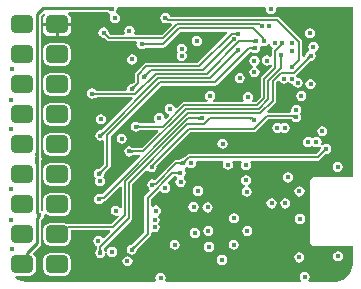
<source format=gbr>
%TF.GenerationSoftware,Altium Limited,Altium Designer,23.3.1 (30)*%
G04 Layer_Physical_Order=3*
G04 Layer_Color=16440176*
%FSLAX45Y45*%
%MOMM*%
%TF.SameCoordinates,B56B3050-E4CE-4FE9-8081-1B6FDF6B35C2*%
%TF.FilePolarity,Positive*%
%TF.FileFunction,Copper,L3,Inr,Signal*%
%TF.Part,Single*%
G01*
G75*
%TA.AperFunction,Conductor*%
%ADD27C,0.15000*%
%ADD30C,0.25000*%
%TA.AperFunction,ViaPad*%
%ADD33C,0.45000*%
%TA.AperFunction,ComponentPad*%
G04:AMPARAMS|DCode=34|XSize=1.5mm|YSize=1.9mm|CornerRadius=0.375mm|HoleSize=0mm|Usage=FLASHONLY|Rotation=270.000|XOffset=0mm|YOffset=0mm|HoleType=Round|Shape=RoundedRectangle|*
%AMROUNDEDRECTD34*
21,1,1.50000,1.15000,0,0,270.0*
21,1,0.75000,1.90000,0,0,270.0*
1,1,0.75000,-0.57500,-0.37500*
1,1,0.75000,-0.57500,0.37500*
1,1,0.75000,0.57500,0.37500*
1,1,0.75000,0.57500,-0.37500*
%
%ADD34ROUNDEDRECTD34*%
G36*
X2956055Y1033945D02*
X2640000D01*
X2623183Y1030600D01*
X2608926Y1021074D01*
X2599401Y1006817D01*
X2596056Y990001D01*
Y490002D01*
X2599401Y473185D01*
X2608926Y458928D01*
X2623183Y449402D01*
X2640000Y446057D01*
X2956055D01*
Y299999D01*
X2956164Y299449D01*
X2950913Y259563D01*
X2935305Y221881D01*
X2910476Y189524D01*
X2878118Y164695D01*
X2840437Y149087D01*
X2814295Y145645D01*
X2800000Y143944D01*
Y143944D01*
X2584569D01*
X2580019Y158944D01*
X2580641Y159359D01*
X2590034Y173417D01*
X2593332Y190000D01*
X2590034Y206583D01*
X2580641Y220640D01*
X2566583Y230034D01*
X2550000Y233332D01*
X2533417Y230034D01*
X2519359Y220640D01*
X2509966Y206583D01*
X2506668Y190000D01*
X2509966Y173417D01*
X2519359Y159359D01*
X2519981Y158944D01*
X2515431Y143944D01*
X1375063D01*
X1367045Y158944D01*
X1370034Y163417D01*
X1373332Y180000D01*
X1370034Y196583D01*
X1360640Y210640D01*
X1346583Y220034D01*
X1330000Y223332D01*
X1313417Y220034D01*
X1299359Y210640D01*
X1289966Y196583D01*
X1286667Y180000D01*
X1289966Y163417D01*
X1292955Y158944D01*
X1284937Y143944D01*
X200000D01*
X199453Y143835D01*
X159563Y149087D01*
X121882Y164695D01*
X97751Y183211D01*
X102167Y196650D01*
X103283Y197874D01*
X217500D01*
X239935Y202336D01*
X258955Y215045D01*
X271663Y234065D01*
X276126Y256500D01*
Y331500D01*
X271663Y353935D01*
X258955Y372955D01*
X251318Y378058D01*
X249848Y392985D01*
X307273Y450411D01*
X314456Y461161D01*
X316979Y473842D01*
Y670231D01*
X330640Y679360D01*
X340034Y693417D01*
X343332Y710000D01*
X342320Y715090D01*
X351720Y720966D01*
X356183Y722285D01*
X374065Y710336D01*
X396500Y705874D01*
X511500D01*
X533935Y710336D01*
X552955Y723045D01*
X565663Y742065D01*
X570126Y764500D01*
Y839500D01*
X565663Y861935D01*
X552955Y880955D01*
X533935Y893663D01*
X511500Y898126D01*
X396500D01*
X374065Y893663D01*
X355045Y880955D01*
X342336Y861935D01*
X337874Y839500D01*
Y764500D01*
X340632Y750631D01*
X340630Y750630D01*
X328360Y744025D01*
X315904Y751741D01*
Y1148450D01*
X316916Y1150853D01*
X316937Y1154778D01*
X317256Y1164197D01*
X317600Y1167883D01*
X317685Y1168417D01*
X317875Y1169256D01*
X317748Y1169997D01*
X320034Y1173417D01*
X323332Y1190000D01*
X320034Y1206583D01*
X318134Y1209426D01*
X317133Y1225350D01*
X317114Y1228957D01*
X316103Y1231362D01*
Y2399241D01*
X342148Y2425286D01*
X347286Y2424306D01*
X351152Y2408848D01*
X337250Y2388042D01*
X332368Y2363500D01*
Y2338700D01*
X575632D01*
Y2363500D01*
X570750Y2388042D01*
X556848Y2408848D01*
X547155Y2415325D01*
X551705Y2430325D01*
X881169D01*
X885556Y2423759D01*
X899614Y2414366D01*
X906382Y2397726D01*
X904084Y2394287D01*
X900785Y2377704D01*
X904084Y2361121D01*
X913477Y2347063D01*
X927535Y2337670D01*
X944117Y2334372D01*
X960700Y2337670D01*
X974758Y2347063D01*
X984151Y2361121D01*
X987450Y2377704D01*
X984151Y2394287D01*
X974758Y2408344D01*
X960700Y2417738D01*
X953932Y2434378D01*
X956230Y2437817D01*
X959529Y2454400D01*
X958205Y2461056D01*
X969508Y2476056D01*
X2213271D01*
X2224574Y2461056D01*
X2223250Y2454400D01*
X2226549Y2437817D01*
X2235942Y2423759D01*
X2250000Y2414366D01*
X2266583Y2411068D01*
X2283165Y2414366D01*
X2297223Y2423759D01*
X2306617Y2437817D01*
X2309915Y2454400D01*
X2308591Y2461056D01*
X2319894Y2476056D01*
X2956055D01*
Y1033945D01*
D02*
G37*
G36*
X295467Y1228841D02*
X295489Y1224615D01*
X296576Y1207318D01*
X296916Y1205778D01*
X297301Y1204623D01*
X297731Y1203851D01*
X266506Y1208004D01*
X267259Y1208788D01*
X267932Y1209949D01*
X268526Y1211490D01*
X269041Y1213409D01*
X269476Y1215708D01*
X269833Y1218384D01*
X270308Y1224875D01*
X270466Y1232880D01*
X295467Y1228841D01*
D02*
G37*
G36*
X297162Y1175212D02*
X296765Y1174050D01*
X296414Y1172505D01*
X296110Y1170577D01*
X295642Y1165573D01*
X295291Y1155197D01*
X295268Y1150973D01*
X270268Y1147214D01*
X270229Y1151406D01*
X269287Y1164394D01*
X268856Y1166695D01*
X268346Y1168618D01*
X267758Y1170162D01*
X267091Y1171328D01*
X266346Y1172116D01*
X297607Y1175991D01*
X297162Y1175212D01*
D02*
G37*
G36*
X214401Y387426D02*
X215089Y376932D01*
X215502Y374366D01*
X216007Y372265D01*
X216604Y370629D01*
X217292Y369460D01*
X218072Y368756D01*
X218944Y368518D01*
X184726Y368711D01*
X185605Y368938D01*
X186392Y369629D01*
X187087Y370783D01*
X187688Y372402D01*
X188198Y374484D01*
X188614Y377030D01*
X188938Y380041D01*
X189309Y387453D01*
X189355Y391855D01*
X214355D01*
X214401Y387426D01*
D02*
G37*
%LPC*%
G36*
X1370000Y2423332D02*
X1353417Y2420034D01*
X1339360Y2410641D01*
X1329966Y2396583D01*
X1326668Y2380000D01*
X1329966Y2363417D01*
X1339360Y2349360D01*
X1353417Y2339966D01*
X1370000Y2336668D01*
X1381031Y2338862D01*
X1385825Y2335659D01*
X1396555Y2333524D01*
X1418014D01*
X1423755Y2319666D01*
X1342127Y2238038D01*
X1115278D01*
X1106893Y2252277D01*
X1106956Y2253038D01*
X1110125Y2268972D01*
X1106827Y2285554D01*
X1097433Y2299612D01*
X1083376Y2309006D01*
X1066793Y2312304D01*
X1050210Y2309006D01*
X1036152Y2299612D01*
X1026759Y2285554D01*
X1023460Y2268972D01*
X1026630Y2253038D01*
X1026693Y2252277D01*
X1018307Y2238038D01*
X906429D01*
X900869Y2243598D01*
X899875Y2246154D01*
X897604Y2248526D01*
X895977Y2250396D01*
X894670Y2252071D01*
X893674Y2253521D01*
X892967Y2254718D01*
X892519Y2255634D01*
X892285Y2256240D01*
X892201Y2256541D01*
X892199Y2256552D01*
X892145Y2257643D01*
X890496Y2261123D01*
X888059Y2273372D01*
X878666Y2287430D01*
X864608Y2296823D01*
X848025Y2300122D01*
X831443Y2296823D01*
X817385Y2287430D01*
X807991Y2273372D01*
X804693Y2256789D01*
X807991Y2240207D01*
X817385Y2226149D01*
X831443Y2216756D01*
X843691Y2214319D01*
X847172Y2212670D01*
X848263Y2212615D01*
X848274Y2212614D01*
X848574Y2212530D01*
X849182Y2212295D01*
X850095Y2211849D01*
X851291Y2211142D01*
X852493Y2210317D01*
X856493Y2207015D01*
X858661Y2204940D01*
X861216Y2203946D01*
X874989Y2190174D01*
X884085Y2184095D01*
X894815Y2181961D01*
X1118184D01*
X1128204Y2166961D01*
X1126336Y2157572D01*
X1129635Y2140989D01*
X1139028Y2126931D01*
X1153086Y2117538D01*
X1169668Y2114239D01*
X1186251Y2117538D01*
X1196634Y2124475D01*
X1200263Y2125770D01*
X1201073Y2126504D01*
X1201082Y2126510D01*
X1201352Y2126663D01*
X1201950Y2126928D01*
X1202911Y2127257D01*
X1204255Y2127604D01*
X1205692Y2127870D01*
X1210850Y2128364D01*
X1213851Y2128429D01*
X1216362Y2129533D01*
X1347571D01*
X1358301Y2131667D01*
X1367398Y2137745D01*
X1494832Y2265180D01*
X1890877D01*
X1896617Y2251322D01*
X1643334Y1998039D01*
X1210000D01*
X1199270Y1995905D01*
X1190174Y1989826D01*
X1120174Y1919826D01*
X1114096Y1910730D01*
X1111961Y1900000D01*
Y1841614D01*
X1103191Y1832844D01*
X1100636Y1831850D01*
X1098264Y1829579D01*
X1096394Y1827951D01*
X1094719Y1826645D01*
X1093269Y1825649D01*
X1092071Y1824942D01*
X1091156Y1824494D01*
X1090550Y1824260D01*
X1090249Y1824176D01*
X1090238Y1824174D01*
X1089147Y1824120D01*
X1085666Y1822470D01*
X1073417Y1820034D01*
X1059360Y1810641D01*
X1049966Y1796583D01*
X1046668Y1780000D01*
X1047058Y1778039D01*
X1034747Y1763039D01*
X800525D01*
X800098Y1763371D01*
X797430Y1763039D01*
X797366D01*
X794876Y1764142D01*
X791604Y1764221D01*
X789305Y1764402D01*
X787507Y1764658D01*
X786231Y1764939D01*
X785497Y1765168D01*
X785455Y1765186D01*
X784918Y1765602D01*
X784496Y1765718D01*
X784307Y1765827D01*
X784100Y1765854D01*
X783349Y1766339D01*
X780072Y1771245D01*
X766014Y1780639D01*
X749431Y1783937D01*
X732848Y1780639D01*
X718791Y1771245D01*
X709397Y1757187D01*
X706099Y1740605D01*
X709397Y1724022D01*
X718791Y1709964D01*
X732848Y1700571D01*
X749431Y1697272D01*
X766014Y1700571D01*
X768174Y1702014D01*
X771509Y1702384D01*
X772908Y1703154D01*
X773764Y1703543D01*
X774881Y1703960D01*
X775991Y1704295D01*
X780140Y1705170D01*
X781856Y1705403D01*
X787466Y1705804D01*
X790581Y1705855D01*
X793131Y1706962D01*
X1088053D01*
X1093793Y1693104D01*
X838033Y1437344D01*
X836410Y1436943D01*
X835659Y1435699D01*
X834304Y1435175D01*
X831939Y1432918D01*
X830140Y1431373D01*
X828591Y1430194D01*
X827341Y1429373D01*
X826428Y1428873D01*
X826115Y1428737D01*
X825922Y1428752D01*
X825534Y1428627D01*
X825160Y1428605D01*
X824759Y1428411D01*
X824674Y1428395D01*
X824539Y1428306D01*
X823028Y1427818D01*
X820780Y1428265D01*
X804198Y1424967D01*
X790140Y1415573D01*
X780746Y1401516D01*
X777448Y1384933D01*
X780746Y1368350D01*
X790140Y1354292D01*
X804198Y1344899D01*
X820780Y1341601D01*
X836961Y1344819D01*
X837383Y1344888D01*
X851961Y1336613D01*
Y1141614D01*
X823191Y1112844D01*
X820636Y1111850D01*
X818264Y1109579D01*
X816394Y1107951D01*
X814719Y1106644D01*
X813268Y1105649D01*
X812071Y1104942D01*
X811156Y1104494D01*
X810549Y1104260D01*
X810248Y1104176D01*
X810237Y1104174D01*
X809147Y1104120D01*
X805666Y1102470D01*
X793417Y1100034D01*
X779359Y1090640D01*
X769966Y1076583D01*
X766668Y1060000D01*
X769966Y1043417D01*
X779359Y1029359D01*
X785752Y1025088D01*
X778710Y1014548D01*
X775411Y997965D01*
X778710Y981383D01*
X788103Y967325D01*
X802161Y957931D01*
X818744Y954633D01*
X835326Y957931D01*
X849384Y967325D01*
X858778Y981383D01*
X862076Y997965D01*
X858778Y1014548D01*
X849384Y1028606D01*
X842991Y1032878D01*
X850034Y1043417D01*
X852470Y1055666D01*
X854120Y1059147D01*
X854174Y1060238D01*
X854176Y1060248D01*
X854259Y1060548D01*
X854494Y1061157D01*
X854941Y1062069D01*
X855647Y1063266D01*
X856472Y1064468D01*
X859774Y1068468D01*
X861850Y1070636D01*
X862844Y1073191D01*
X899826Y1110174D01*
X905904Y1119270D01*
X908039Y1130000D01*
Y1379981D01*
X1336432Y1808375D01*
X1789426D01*
X1800156Y1810510D01*
X1809253Y1816588D01*
X2087023Y2094358D01*
X2087783Y2094024D01*
X2091067Y2093953D01*
X2093535Y2093781D01*
X2095650Y2093520D01*
X2097378Y2093199D01*
X2098722Y2092852D01*
X2099685Y2092523D01*
X2100282Y2092258D01*
X2100551Y2092106D01*
X2100561Y2092099D01*
X2101371Y2091366D01*
X2105000Y2090070D01*
X2115383Y2083133D01*
X2131965Y2079834D01*
X2148548Y2083133D01*
X2162606Y2092526D01*
X2171999Y2106584D01*
X2175298Y2123167D01*
X2172655Y2136453D01*
X2180987Y2144394D01*
X2184812Y2146370D01*
X2186720Y2145096D01*
X2203302Y2141797D01*
X2219885Y2145096D01*
X2233943Y2154489D01*
X2239802Y2163258D01*
X2255726Y2160091D01*
X2257053Y2153418D01*
X2266447Y2139360D01*
X2273669Y2134535D01*
X2278887Y2122736D01*
X2277261Y2115467D01*
X2274096Y2110730D01*
X2271961Y2100000D01*
Y2059743D01*
X2269426Y2057705D01*
X2256961Y2053099D01*
X2246583Y2060034D01*
X2230000Y2063332D01*
X2213417Y2060034D01*
X2199360Y2050641D01*
X2189966Y2036583D01*
X2186668Y2020000D01*
X2189966Y2003417D01*
X2199360Y1989359D01*
X2213417Y1979966D01*
X2230000Y1976668D01*
X2246583Y1979966D01*
X2256961Y1986901D01*
X2269426Y1982295D01*
X2270646Y1981314D01*
X2271156Y1966053D01*
X2190174Y1885071D01*
X2184096Y1875975D01*
X2181962Y1865245D01*
Y1714040D01*
X2135960Y1668039D01*
X2109742D01*
X2107709Y1670566D01*
X2103097Y1683039D01*
X2110030Y1693414D01*
X2113328Y1709997D01*
X2110030Y1726579D01*
X2100636Y1740637D01*
X2086579Y1750031D01*
X2069996Y1753329D01*
X2053413Y1750031D01*
X2039355Y1740637D01*
X2029962Y1726579D01*
X2026663Y1709997D01*
X2029962Y1693414D01*
X2036895Y1683039D01*
X2032283Y1670566D01*
X2030250Y1668039D01*
X1775732D01*
X1771181Y1683039D01*
X1780640Y1689359D01*
X1790033Y1703416D01*
X1793331Y1719999D01*
X1790033Y1736582D01*
X1780640Y1750640D01*
X1766582Y1760033D01*
X1749999Y1763331D01*
X1733416Y1760033D01*
X1719359Y1750640D01*
X1709965Y1736582D01*
X1706667Y1719999D01*
X1709965Y1703416D01*
X1719359Y1689359D01*
X1728817Y1683039D01*
X1724266Y1668039D01*
X1530000D01*
X1519270Y1665904D01*
X1510174Y1659826D01*
X1466173Y1615825D01*
X1449897Y1620762D01*
X1448593Y1627313D01*
X1439200Y1641371D01*
X1425142Y1650764D01*
X1408560Y1654063D01*
X1391977Y1650764D01*
X1377919Y1641371D01*
X1368526Y1627313D01*
X1365227Y1610730D01*
X1368526Y1594148D01*
X1377919Y1580090D01*
X1391977Y1570696D01*
X1398528Y1569393D01*
X1403465Y1553117D01*
X1375945Y1525597D01*
X1362121Y1532987D01*
X1362130Y1533032D01*
X1358831Y1549615D01*
X1349438Y1563673D01*
X1335380Y1573066D01*
X1318797Y1576365D01*
X1302215Y1573066D01*
X1288157Y1563673D01*
X1278764Y1549615D01*
X1275465Y1533032D01*
X1278764Y1516450D01*
X1287725Y1503038D01*
X1286971Y1499307D01*
X1282639Y1488038D01*
X1166694D01*
X1164184Y1489143D01*
X1160899Y1489214D01*
X1158431Y1489385D01*
X1156315Y1489647D01*
X1154587Y1489968D01*
X1153243Y1490315D01*
X1152281Y1490644D01*
X1151683Y1490909D01*
X1151414Y1491061D01*
X1151405Y1491068D01*
X1150594Y1491801D01*
X1146965Y1493096D01*
X1136583Y1500034D01*
X1120000Y1503332D01*
X1103417Y1500034D01*
X1089360Y1490640D01*
X1079966Y1476583D01*
X1076668Y1460000D01*
X1079966Y1443417D01*
X1089360Y1429359D01*
X1103417Y1419966D01*
X1120000Y1416667D01*
X1136583Y1419966D01*
X1146965Y1426903D01*
X1150594Y1428199D01*
X1151405Y1428932D01*
X1151413Y1428938D01*
X1151684Y1429091D01*
X1152281Y1429356D01*
X1153243Y1429685D01*
X1154587Y1430032D01*
X1156023Y1430299D01*
X1161182Y1430792D01*
X1164184Y1430857D01*
X1166693Y1431961D01*
X1305137D01*
X1310877Y1418103D01*
X1170812Y1278039D01*
X1111693D01*
X1109182Y1279143D01*
X1105899Y1279214D01*
X1103431Y1279386D01*
X1101316Y1279647D01*
X1099587Y1279968D01*
X1098243Y1280315D01*
X1097281Y1280644D01*
X1096683Y1280909D01*
X1096414Y1281061D01*
X1096405Y1281068D01*
X1095594Y1281801D01*
X1091965Y1283096D01*
X1081583Y1290034D01*
X1065000Y1293332D01*
X1048418Y1290034D01*
X1034360Y1280641D01*
X1024966Y1266583D01*
X1021668Y1250000D01*
X1024966Y1233417D01*
X1034360Y1219360D01*
X1048418Y1209966D01*
X1065000Y1206668D01*
X1081583Y1209966D01*
X1091965Y1216904D01*
X1095594Y1218199D01*
X1096405Y1218932D01*
X1096413Y1218939D01*
X1096684Y1219092D01*
X1097282Y1219356D01*
X1098243Y1219685D01*
X1099587Y1220032D01*
X1101023Y1220299D01*
X1106182Y1220792D01*
X1109182Y1220857D01*
X1111693Y1221961D01*
X1152711D01*
X1158451Y1208104D01*
X838386Y888039D01*
X829525D01*
X822230Y886588D01*
X807577Y889502D01*
X790994Y886204D01*
X776936Y876810D01*
X767543Y862752D01*
X764245Y846170D01*
X767543Y829587D01*
X776936Y815529D01*
X790994Y806136D01*
X807577Y802837D01*
X824160Y806136D01*
X838218Y815529D01*
X847611Y829587D01*
X848083Y831962D01*
X850000D01*
X860730Y834096D01*
X869826Y840174D01*
X988103Y958451D01*
X1001961Y952711D01*
Y774427D01*
X986961Y769877D01*
X980640Y779337D01*
X966583Y788730D01*
X950000Y792028D01*
X933417Y788730D01*
X919359Y779337D01*
X909966Y765279D01*
X906667Y748696D01*
X909966Y732113D01*
X919359Y718055D01*
X933417Y708662D01*
X950000Y705364D01*
X966583Y708662D01*
X970241Y711107D01*
X979803Y699456D01*
X918386Y638039D01*
X550286D01*
X539560Y635905D01*
X533935Y639663D01*
X511500Y644126D01*
X396500D01*
X374065Y639663D01*
X355045Y626955D01*
X342336Y607935D01*
X337874Y585500D01*
Y510500D01*
X342336Y488065D01*
X355045Y469045D01*
X374065Y456336D01*
X396500Y451874D01*
X511500D01*
X533935Y456336D01*
X552955Y469045D01*
X565663Y488065D01*
X570126Y510500D01*
Y581961D01*
X898090D01*
X903830Y568104D01*
X854695Y518968D01*
X835383Y520870D01*
X834272Y522533D01*
X820214Y531926D01*
X803632Y535224D01*
X787049Y531926D01*
X772991Y522533D01*
X763598Y508475D01*
X760299Y491892D01*
X763598Y475309D01*
X772991Y461252D01*
X787049Y451858D01*
X788175Y451634D01*
X792284Y445485D01*
X792153Y436147D01*
X791396Y434427D01*
X791325Y431143D01*
X791154Y428675D01*
X790892Y426560D01*
X790572Y424832D01*
X790225Y423487D01*
X789895Y422525D01*
X789630Y421927D01*
X789478Y421658D01*
X789472Y421649D01*
X788738Y420838D01*
X787443Y417209D01*
X780505Y406827D01*
X777207Y390244D01*
X780505Y373662D01*
X789899Y359604D01*
X803957Y350210D01*
X820539Y346912D01*
X837122Y350210D01*
X851180Y359604D01*
X860573Y373662D01*
X862612Y383913D01*
X863872Y390244D01*
X878304Y391769D01*
X879966Y383417D01*
X889359Y369359D01*
X903417Y359966D01*
X920000Y356668D01*
X936583Y359966D01*
X950640Y369359D01*
X960034Y383417D01*
X963332Y400000D01*
X960034Y416583D01*
X950640Y430640D01*
X936583Y440034D01*
X920000Y443332D01*
X903417Y440034D01*
X889359Y430640D01*
X879966Y416583D01*
X877927Y406332D01*
X876667Y400000D01*
X862235Y398476D01*
X860573Y406827D01*
X853636Y417209D01*
X852340Y420838D01*
X851607Y421649D01*
X851601Y421658D01*
X851448Y421928D01*
X851183Y422526D01*
X850854Y423487D01*
X850507Y424831D01*
X850241Y426267D01*
X849747Y431426D01*
X849682Y434427D01*
X849614Y434582D01*
X1079826Y664795D01*
X1085904Y673891D01*
X1088038Y684621D01*
Y973534D01*
X1203183Y1088678D01*
X1222494Y1086776D01*
X1223605Y1085114D01*
X1237663Y1075720D01*
X1254246Y1072422D01*
X1270829Y1075720D01*
X1284886Y1085114D01*
X1294280Y1099172D01*
X1297578Y1115754D01*
X1295559Y1125906D01*
X1436849Y1267196D01*
X1436849Y1267197D01*
X1581614Y1411961D01*
X2120000D01*
X2130730Y1414096D01*
X2139826Y1420174D01*
X2241614Y1521961D01*
X2430520D01*
X2431991Y1521082D01*
X2433342Y1521422D01*
X2434616Y1520858D01*
X2437918Y1520778D01*
X2440158Y1520599D01*
X2441788Y1520359D01*
X2442050Y1520299D01*
X2449360Y1509359D01*
X2463417Y1499966D01*
X2480000Y1496668D01*
X2496583Y1499966D01*
X2510641Y1509359D01*
X2520034Y1523417D01*
X2523333Y1540000D01*
X2520034Y1556583D01*
X2511069Y1570000D01*
X2520034Y1583417D01*
X2523333Y1600000D01*
X2520034Y1616583D01*
X2510641Y1630641D01*
X2496583Y1640034D01*
X2480000Y1643333D01*
X2463417Y1640034D01*
X2449360Y1630641D01*
X2439966Y1616583D01*
X2436668Y1600000D01*
X2437831Y1594152D01*
X2437689Y1590682D01*
X2426893Y1578039D01*
X2238904D01*
X2232691Y1593038D01*
X2299826Y1660174D01*
X2305904Y1669270D01*
X2308039Y1680000D01*
Y1835960D01*
X2323642Y1851563D01*
X2340133Y1846841D01*
X2347502Y1835813D01*
X2361560Y1826420D01*
X2378143Y1823121D01*
X2394725Y1826420D01*
X2408004Y1835293D01*
X2408354Y1834770D01*
X2422412Y1825376D01*
X2438995Y1822078D01*
X2448669Y1824002D01*
X2450324Y1815683D01*
X2459718Y1801625D01*
X2473776Y1792231D01*
X2490358Y1788933D01*
X2506941Y1792231D01*
X2520999Y1801625D01*
X2530392Y1815683D01*
X2533691Y1832265D01*
X2530392Y1848848D01*
X2520999Y1862906D01*
X2506941Y1872299D01*
X2490358Y1875598D01*
X2484902Y1874512D01*
X2476353Y1887447D01*
X2478468Y1898083D01*
X2587314Y2006928D01*
X2589872Y2007924D01*
X2592243Y2010196D01*
X2594129Y2011841D01*
X2595824Y2013170D01*
X2597308Y2014198D01*
X2598549Y2014940D01*
X2599519Y2015424D01*
X2600200Y2015695D01*
X2600585Y2015808D01*
X2600688Y2015828D01*
X2601829Y2015909D01*
X2605558Y2017773D01*
X2616583Y2019966D01*
X2630640Y2029359D01*
X2640034Y2043417D01*
X2643332Y2060000D01*
X2640034Y2076583D01*
X2638393Y2079038D01*
X2641583Y2094966D01*
X2655641Y2104360D01*
X2665034Y2118418D01*
X2668333Y2135000D01*
X2665034Y2151583D01*
X2655641Y2165641D01*
X2641583Y2175034D01*
X2625000Y2178333D01*
X2608418Y2175034D01*
X2594360Y2165641D01*
X2584966Y2151583D01*
X2581668Y2135000D01*
X2584966Y2118418D01*
X2586607Y2115962D01*
X2583417Y2100034D01*
X2569359Y2090640D01*
X2559966Y2076583D01*
X2557257Y2062965D01*
X2555873Y2059877D01*
X2555845Y2058880D01*
X2555800Y2058710D01*
X2555600Y2058174D01*
X2555190Y2057322D01*
X2554519Y2056169D01*
X2553725Y2055004D01*
X2550457Y2051031D01*
X2548389Y2048869D01*
X2547922Y2048698D01*
X2543039Y2047193D01*
X2528039Y2057692D01*
Y2180000D01*
X2525904Y2190730D01*
X2519826Y2199826D01*
X2338263Y2381389D01*
X2329167Y2387467D01*
X2318437Y2389602D01*
X1411423D01*
X1410034Y2396583D01*
X1400641Y2410641D01*
X1386583Y2420034D01*
X1370000Y2423332D01*
D02*
G37*
G36*
X575632Y2313300D02*
X466700D01*
Y2224368D01*
X511500D01*
X536042Y2229250D01*
X556848Y2243152D01*
X570750Y2263958D01*
X575632Y2288500D01*
Y2313300D01*
D02*
G37*
G36*
X441300D02*
X332368D01*
Y2288500D01*
X337250Y2263958D01*
X351152Y2243152D01*
X371958Y2229250D01*
X396500Y2224368D01*
X441300D01*
Y2313300D01*
D02*
G37*
G36*
X2596075Y2293534D02*
X2579492Y2290235D01*
X2565434Y2280842D01*
X2556041Y2266784D01*
X2552742Y2250201D01*
X2556041Y2233619D01*
X2565434Y2219561D01*
X2579492Y2210167D01*
X2596075Y2206869D01*
X2612657Y2210167D01*
X2626715Y2219561D01*
X2636109Y2233619D01*
X2639407Y2250201D01*
X2636109Y2266784D01*
X2626715Y2280842D01*
X2612657Y2290235D01*
X2596075Y2293534D01*
D02*
G37*
G36*
X1637398Y2228775D02*
X1620815Y2225476D01*
X1606758Y2216083D01*
X1597364Y2202025D01*
X1594066Y2185442D01*
X1597364Y2168860D01*
X1606758Y2154802D01*
X1620815Y2145408D01*
X1637398Y2142110D01*
X1653981Y2145408D01*
X1668039Y2154802D01*
X1677432Y2168860D01*
X1680730Y2185442D01*
X1677432Y2202025D01*
X1668039Y2216083D01*
X1653981Y2225476D01*
X1637398Y2228775D01*
D02*
G37*
G36*
X1510000Y2163332D02*
X1493417Y2160034D01*
X1479359Y2150641D01*
X1469966Y2136583D01*
X1466668Y2120000D01*
X1469966Y2103417D01*
X1478932Y2090000D01*
X1469966Y2076583D01*
X1466668Y2060000D01*
X1469966Y2043417D01*
X1479359Y2029359D01*
X1493417Y2019966D01*
X1510000Y2016668D01*
X1526583Y2019966D01*
X1540641Y2029359D01*
X1550034Y2043417D01*
X1553332Y2060000D01*
X1550034Y2076583D01*
X1541069Y2090000D01*
X1550034Y2103417D01*
X1553332Y2120000D01*
X1550034Y2136583D01*
X1540641Y2150641D01*
X1526583Y2160034D01*
X1510000Y2163332D01*
D02*
G37*
G36*
X1090000Y2072028D02*
X1073417Y2068730D01*
X1059360Y2059336D01*
X1049966Y2045279D01*
X1046668Y2028696D01*
X1049966Y2012113D01*
X1059360Y1998055D01*
X1073417Y1988662D01*
X1090000Y1985364D01*
X1106583Y1988662D01*
X1120641Y1998055D01*
X1130034Y2012113D01*
X1133333Y2028696D01*
X1130034Y2045279D01*
X1120641Y2059336D01*
X1106583Y2068730D01*
X1090000Y2072028D01*
D02*
G37*
G36*
X511500Y2168126D02*
X396500D01*
X374065Y2163663D01*
X355045Y2150955D01*
X342336Y2131935D01*
X337874Y2109500D01*
Y2034500D01*
X342336Y2012065D01*
X355045Y1993045D01*
X374065Y1980336D01*
X396500Y1975874D01*
X511500D01*
X533935Y1980336D01*
X552955Y1993045D01*
X565663Y2012065D01*
X570126Y2034500D01*
Y2109500D01*
X565663Y2131935D01*
X552955Y2150955D01*
X533935Y2163663D01*
X511500Y2168126D01*
D02*
G37*
G36*
X2125334Y2060570D02*
X2108751Y2057272D01*
X2094694Y2047879D01*
X2085300Y2033821D01*
X2082002Y2017238D01*
X2085300Y2000655D01*
X2094694Y1986597D01*
X2108751Y1977204D01*
X2114334Y1976094D01*
Y1960800D01*
X2108324Y1959604D01*
X2094267Y1950211D01*
X2084873Y1936153D01*
X2081575Y1919570D01*
X2084873Y1902988D01*
X2094267Y1888930D01*
X2108324Y1879537D01*
X2124907Y1876238D01*
X2141490Y1879537D01*
X2155548Y1888930D01*
X2164941Y1902988D01*
X2168240Y1919570D01*
X2164941Y1936153D01*
X2155548Y1950211D01*
X2141490Y1959604D01*
X2135907Y1960715D01*
Y1976009D01*
X2141917Y1977204D01*
X2155975Y1986597D01*
X2165368Y2000655D01*
X2168666Y2017238D01*
X2165368Y2033821D01*
X2155975Y2047879D01*
X2141917Y2057272D01*
X2125334Y2060570D01*
D02*
G37*
G36*
X2000839Y1913331D02*
X1984256Y1910033D01*
X1970198Y1900639D01*
X1960805Y1886581D01*
X1957506Y1869999D01*
X1960805Y1853416D01*
X1970198Y1839358D01*
X1984256Y1829965D01*
X2000839Y1826666D01*
X2017421Y1829965D01*
X2031479Y1839358D01*
X2040873Y1853416D01*
X2044171Y1869999D01*
X2040873Y1886581D01*
X2031479Y1900639D01*
X2017421Y1910033D01*
X2000839Y1913331D01*
D02*
G37*
G36*
X2600000Y1863332D02*
X2583417Y1860034D01*
X2569359Y1850640D01*
X2559966Y1836583D01*
X2556667Y1820000D01*
X2559966Y1803417D01*
X2569359Y1789359D01*
X2583417Y1779966D01*
X2600000Y1776668D01*
X2616583Y1779966D01*
X2630640Y1789359D01*
X2640034Y1803417D01*
X2643332Y1820000D01*
X2640034Y1836583D01*
X2630640Y1850640D01*
X2616583Y1860034D01*
X2600000Y1863332D01*
D02*
G37*
G36*
X511500Y1914126D02*
X396500D01*
X374065Y1909663D01*
X355045Y1896955D01*
X342336Y1877935D01*
X337874Y1855500D01*
Y1780500D01*
X342336Y1758065D01*
X355045Y1739045D01*
X374065Y1726336D01*
X396500Y1721874D01*
X511500D01*
X533935Y1726336D01*
X552955Y1739045D01*
X565663Y1758065D01*
X570126Y1780500D01*
Y1855500D01*
X565663Y1877935D01*
X552955Y1896955D01*
X533935Y1909663D01*
X511500Y1914126D01*
D02*
G37*
G36*
X2521896Y1762048D02*
X2505313Y1758750D01*
X2491255Y1749356D01*
X2481862Y1735298D01*
X2478563Y1718716D01*
X2481862Y1702133D01*
X2491255Y1688075D01*
X2505313Y1678682D01*
X2521896Y1675383D01*
X2538478Y1678682D01*
X2552536Y1688075D01*
X2561930Y1702133D01*
X2565228Y1718716D01*
X2561930Y1735298D01*
X2552536Y1749356D01*
X2538478Y1758750D01*
X2521896Y1762048D01*
D02*
G37*
G36*
X2380000Y1493332D02*
X2363417Y1490034D01*
X2350000Y1481068D01*
X2336583Y1490034D01*
X2320000Y1493332D01*
X2303417Y1490034D01*
X2289359Y1480640D01*
X2279966Y1466583D01*
X2276668Y1450000D01*
X2279966Y1433417D01*
X2289359Y1419359D01*
X2303417Y1409966D01*
X2320000Y1406667D01*
X2336583Y1409966D01*
X2350000Y1418931D01*
X2363417Y1409966D01*
X2380000Y1406667D01*
X2396583Y1409966D01*
X2410641Y1419359D01*
X2420034Y1433417D01*
X2423332Y1450000D01*
X2420034Y1466583D01*
X2410641Y1480640D01*
X2396583Y1490034D01*
X2380000Y1493332D01*
D02*
G37*
G36*
X824640Y1565938D02*
X808057Y1562640D01*
X793999Y1553246D01*
X784606Y1539188D01*
X781308Y1522606D01*
X784606Y1506023D01*
X793999Y1491965D01*
X808057Y1482572D01*
X824640Y1479273D01*
X841223Y1482572D01*
X855280Y1491965D01*
X864674Y1506023D01*
X867972Y1522606D01*
X864674Y1539188D01*
X855280Y1553246D01*
X841223Y1562640D01*
X824640Y1565938D01*
D02*
G37*
G36*
X511500Y1660126D02*
X396500D01*
X374065Y1655663D01*
X355045Y1642955D01*
X342336Y1623935D01*
X337874Y1601500D01*
Y1526500D01*
X342336Y1504065D01*
X355045Y1485045D01*
X374065Y1472336D01*
X396500Y1467874D01*
X511500D01*
X533935Y1472336D01*
X552955Y1485045D01*
X565663Y1504065D01*
X570126Y1526500D01*
Y1601500D01*
X565663Y1623935D01*
X552955Y1642955D01*
X533935Y1655663D01*
X511500Y1660126D01*
D02*
G37*
G36*
X2700000Y1463332D02*
X2683417Y1460034D01*
X2669359Y1450640D01*
X2659966Y1436583D01*
X2656668Y1420000D01*
X2659966Y1403417D01*
X2669359Y1389359D01*
X2683417Y1379966D01*
X2700000Y1376668D01*
X2716583Y1379966D01*
X2730640Y1389359D01*
X2740034Y1403417D01*
X2743332Y1420000D01*
X2740034Y1436583D01*
X2730640Y1450640D01*
X2716583Y1460034D01*
X2700000Y1463332D01*
D02*
G37*
G36*
X2650000Y1373332D02*
X2633417Y1370034D01*
X2619360Y1360640D01*
X2610640D01*
X2596583Y1370034D01*
X2580000Y1373332D01*
X2563417Y1370034D01*
X2549359Y1360640D01*
X2539966Y1346583D01*
X2536668Y1330000D01*
X2539966Y1313417D01*
X2549359Y1299359D01*
X2563417Y1289966D01*
X2580000Y1286667D01*
X2596583Y1289966D01*
X2610640Y1299359D01*
X2619360D01*
X2633417Y1289966D01*
X2650000Y1286667D01*
X2666583Y1289966D01*
X2678105Y1297665D01*
X2680641Y1299359D01*
X2692791Y1290811D01*
X2689966Y1286583D01*
X2687530Y1274334D01*
X2685880Y1270853D01*
X2685826Y1269762D01*
X2685824Y1269752D01*
X2685741Y1269452D01*
X2685506Y1268843D01*
X2685059Y1267931D01*
X2684353Y1266734D01*
X2683528Y1265532D01*
X2680226Y1261532D01*
X2678150Y1259364D01*
X2677156Y1256809D01*
X2648386Y1228038D01*
X1570000D01*
X1559270Y1225904D01*
X1550174Y1219826D01*
X1533191Y1202844D01*
X1530636Y1201850D01*
X1528264Y1199579D01*
X1526394Y1197951D01*
X1524719Y1196645D01*
X1523268Y1195649D01*
X1522071Y1194942D01*
X1521156Y1194494D01*
X1520549Y1194260D01*
X1520248Y1194176D01*
X1520237Y1194174D01*
X1519147Y1194120D01*
X1515666Y1192470D01*
X1503417Y1190034D01*
X1493035Y1183096D01*
X1489406Y1181801D01*
X1488595Y1181068D01*
X1488587Y1181061D01*
X1488316Y1180908D01*
X1487719Y1180644D01*
X1486757Y1180315D01*
X1485413Y1179968D01*
X1483977Y1179701D01*
X1478818Y1179208D01*
X1475816Y1179143D01*
X1473307Y1178039D01*
X1462774D01*
X1452044Y1175904D01*
X1442948Y1169826D01*
X1280523Y1007401D01*
X1276583Y1010034D01*
X1260000Y1013332D01*
X1243417Y1010034D01*
X1229359Y1000641D01*
X1219966Y986583D01*
X1216668Y970000D01*
X1219966Y953417D01*
X1229359Y939360D01*
X1234835Y935701D01*
X1237384Y917037D01*
X1200174Y879827D01*
X1194096Y870730D01*
X1191962Y860000D01*
Y564988D01*
X1098786Y471812D01*
X1096230Y470818D01*
X1093859Y468548D01*
X1091989Y466920D01*
X1090314Y465613D01*
X1088863Y464617D01*
X1087666Y463911D01*
X1086750Y463462D01*
X1086144Y463228D01*
X1085843Y463145D01*
X1085832Y463143D01*
X1084742Y463088D01*
X1081261Y461439D01*
X1069012Y459003D01*
X1054954Y449609D01*
X1045561Y435551D01*
X1042262Y418969D01*
X1045561Y402386D01*
X1054954Y388328D01*
X1069012Y378935D01*
X1085595Y375636D01*
X1102177Y378935D01*
X1116235Y388328D01*
X1125629Y402386D01*
X1128065Y414635D01*
X1129715Y418116D01*
X1129769Y419206D01*
X1129771Y419217D01*
X1129854Y419517D01*
X1130089Y420125D01*
X1130536Y421038D01*
X1131242Y422235D01*
X1132067Y423437D01*
X1135369Y427437D01*
X1137445Y429604D01*
X1138438Y432160D01*
X1239826Y533548D01*
X1245904Y542644D01*
X1248039Y553374D01*
Y562202D01*
X1263039Y570219D01*
X1263417Y569966D01*
X1280000Y566668D01*
X1296583Y569966D01*
X1310641Y579360D01*
X1320034Y593417D01*
X1323332Y610000D01*
X1320034Y626583D01*
X1311068Y640000D01*
X1320034Y653417D01*
X1323332Y670000D01*
X1320034Y686583D01*
X1312779Y697440D01*
X1310850Y701340D01*
X1315133Y715679D01*
X1320640Y719359D01*
X1330034Y733417D01*
X1333332Y750000D01*
X1330034Y766583D01*
X1320640Y780641D01*
X1306583Y790034D01*
X1290000Y793332D01*
X1273417Y790034D01*
X1263039Y783099D01*
X1250574Y787705D01*
X1248039Y789743D01*
Y848386D01*
X1317036Y917384D01*
X1335701Y914835D01*
X1339360Y909359D01*
X1353417Y899966D01*
X1370000Y896667D01*
X1386583Y899966D01*
X1400641Y909359D01*
X1410034Y923417D01*
X1413332Y940000D01*
X1410034Y956583D01*
X1400641Y970640D01*
X1395165Y974299D01*
X1392616Y992963D01*
X1442086Y1042434D01*
X1452264D01*
X1454775Y1041329D01*
X1458059Y1041258D01*
X1460526Y1041087D01*
X1460668Y1041069D01*
X1466204Y1034302D01*
X1469360Y1020640D01*
X1459966Y1006583D01*
X1456668Y990000D01*
X1459966Y973417D01*
X1469360Y959360D01*
X1483417Y949966D01*
X1500000Y946668D01*
X1516583Y949966D01*
X1530641Y959360D01*
X1540034Y973417D01*
X1543332Y990000D01*
X1540034Y1006583D01*
X1530641Y1020641D01*
X1529258Y1021564D01*
Y1039605D01*
X1529598Y1039832D01*
X1538991Y1053890D01*
X1542290Y1070472D01*
X1538991Y1087055D01*
X1534216Y1094201D01*
X1536378Y1108603D01*
X1539187Y1111706D01*
X1550640Y1119359D01*
X1559360D01*
X1573417Y1109966D01*
X1590000Y1106668D01*
X1606583Y1109966D01*
X1620641Y1119359D01*
X1630034Y1133417D01*
X1633333Y1150000D01*
X1631948Y1156961D01*
X1643107Y1171961D01*
X1854757D01*
X1862775Y1156961D01*
X1860852Y1154083D01*
X1857553Y1137501D01*
X1860852Y1120918D01*
X1870245Y1106860D01*
X1884303Y1097467D01*
X1900886Y1094168D01*
X1917468Y1097467D01*
X1931526Y1106860D01*
X1940920Y1120918D01*
X1944218Y1137501D01*
X1940920Y1154083D01*
X1938997Y1156961D01*
X1947014Y1171961D01*
X2009430D01*
X2017447Y1156961D01*
X2014056Y1151886D01*
X2010757Y1135303D01*
X2014056Y1118721D01*
X2023449Y1104663D01*
X2037507Y1095269D01*
X2054090Y1091971D01*
X2070673Y1095269D01*
X2084730Y1104663D01*
X2094124Y1118721D01*
X2097422Y1135303D01*
X2094124Y1151886D01*
X2090732Y1156961D01*
X2098750Y1171961D01*
X2660000D01*
X2670730Y1174096D01*
X2679826Y1180174D01*
X2716809Y1217156D01*
X2719364Y1218150D01*
X2721736Y1220421D01*
X2723606Y1222049D01*
X2725281Y1223355D01*
X2726731Y1224351D01*
X2727929Y1225058D01*
X2728844Y1225506D01*
X2729450Y1225740D01*
X2729751Y1225824D01*
X2729762Y1225826D01*
X2730853Y1225880D01*
X2734334Y1227530D01*
X2746583Y1229966D01*
X2760640Y1239359D01*
X2770034Y1253417D01*
X2773332Y1270000D01*
X2770034Y1286583D01*
X2760640Y1300641D01*
X2746583Y1310034D01*
X2730000Y1313332D01*
X2713417Y1310034D01*
X2701895Y1302334D01*
X2699359Y1300641D01*
X2687209Y1309189D01*
X2690034Y1313417D01*
X2693332Y1330000D01*
X2690034Y1346583D01*
X2680641Y1360640D01*
X2666583Y1370034D01*
X2650000Y1373332D01*
D02*
G37*
G36*
X1001269Y1401590D02*
X984687Y1398291D01*
X970629Y1388898D01*
X961235Y1374840D01*
X957937Y1358257D01*
X961235Y1341674D01*
X970629Y1327617D01*
X984687Y1318223D01*
X1001269Y1314925D01*
X1017852Y1318223D01*
X1031910Y1327617D01*
X1041303Y1341674D01*
X1044602Y1358257D01*
X1041303Y1374840D01*
X1031910Y1388898D01*
X1017852Y1398291D01*
X1001269Y1401590D01*
D02*
G37*
G36*
X1855269Y1359636D02*
X1838686Y1356338D01*
X1824628Y1346944D01*
X1815235Y1332886D01*
X1811936Y1316304D01*
X1815235Y1299721D01*
X1824628Y1285663D01*
X1838686Y1276270D01*
X1855269Y1272971D01*
X1871851Y1276270D01*
X1885909Y1285663D01*
X1895303Y1299721D01*
X1898601Y1316304D01*
X1895303Y1332886D01*
X1885909Y1346944D01*
X1871851Y1356338D01*
X1855269Y1359636D01*
D02*
G37*
G36*
X511500Y1406126D02*
X396500D01*
X374065Y1401663D01*
X355045Y1388955D01*
X342336Y1369935D01*
X337874Y1347500D01*
Y1272500D01*
X342336Y1250065D01*
X355045Y1231045D01*
X374065Y1218336D01*
X396500Y1213874D01*
X511500D01*
X533935Y1218336D01*
X552955Y1231045D01*
X565663Y1250065D01*
X570126Y1272500D01*
Y1347500D01*
X565663Y1369935D01*
X552955Y1388955D01*
X533935Y1401663D01*
X511500Y1406126D01*
D02*
G37*
G36*
X2830000Y1163332D02*
X2813417Y1160034D01*
X2799359Y1150641D01*
X2789966Y1136583D01*
X2786668Y1120000D01*
X2789966Y1103417D01*
X2799359Y1089360D01*
X2813417Y1079966D01*
X2830000Y1076668D01*
X2846583Y1079966D01*
X2860640Y1089360D01*
X2870034Y1103417D01*
X2873332Y1120000D01*
X2870034Y1136583D01*
X2860640Y1150641D01*
X2846583Y1160034D01*
X2830000Y1163332D01*
D02*
G37*
G36*
X2410000Y1073332D02*
X2393417Y1070034D01*
X2379359Y1060641D01*
X2369966Y1046583D01*
X2366668Y1030000D01*
X2369966Y1013417D01*
X2379359Y999359D01*
X2393417Y989966D01*
X2410000Y986668D01*
X2426583Y989966D01*
X2440641Y999359D01*
X2450034Y1013417D01*
X2453332Y1030000D01*
X2450034Y1046583D01*
X2440641Y1060641D01*
X2426583Y1070034D01*
X2410000Y1073332D01*
D02*
G37*
G36*
X511500Y1152126D02*
X396500D01*
X374065Y1147663D01*
X355045Y1134955D01*
X342336Y1115935D01*
X337874Y1093500D01*
Y1018500D01*
X342336Y996065D01*
X355045Y977045D01*
X374065Y964336D01*
X396500Y959874D01*
X511500D01*
X533935Y964336D01*
X552955Y977045D01*
X565663Y996065D01*
X570126Y1018500D01*
Y1093500D01*
X565663Y1115935D01*
X552955Y1134955D01*
X533935Y1147663D01*
X511500Y1152126D01*
D02*
G37*
G36*
X1646820Y960152D02*
X1630237Y956854D01*
X1616179Y947460D01*
X1606786Y933402D01*
X1603487Y916820D01*
X1606786Y900237D01*
X1616179Y886179D01*
X1630237Y876786D01*
X1646820Y873487D01*
X1663402Y876786D01*
X1677460Y886179D01*
X1686854Y900237D01*
X1690152Y916820D01*
X1686854Y933402D01*
X1677460Y947460D01*
X1663402Y956854D01*
X1646820Y960152D01*
D02*
G37*
G36*
X2506511Y954643D02*
X2489929Y951345D01*
X2475871Y941951D01*
X2466477Y927893D01*
X2463179Y911311D01*
X2466477Y894728D01*
X2475871Y880670D01*
X2489929Y871277D01*
X2506511Y867978D01*
X2523094Y871277D01*
X2537152Y880670D01*
X2546545Y894728D01*
X2549844Y911311D01*
X2546545Y927893D01*
X2537152Y941951D01*
X2523094Y951345D01*
X2506511Y954643D01*
D02*
G37*
G36*
X2055556Y1048659D02*
X2038973Y1045361D01*
X2024915Y1035967D01*
X2015522Y1021910D01*
X2012224Y1005327D01*
X2015522Y988744D01*
X2024915Y974686D01*
X2038973Y965293D01*
X2041108Y964869D01*
X2042847Y953695D01*
X2042358Y949326D01*
X2029359Y940640D01*
X2019966Y926583D01*
X2016668Y910000D01*
X2019966Y893417D01*
X2029359Y879359D01*
X2043417Y869966D01*
X2060000Y866668D01*
X2076583Y869966D01*
X2090640Y879359D01*
X2100034Y893417D01*
X2103332Y910000D01*
X2100034Y926583D01*
X2090640Y940640D01*
X2076583Y950034D01*
X2074448Y950458D01*
X2072709Y961632D01*
X2073198Y966001D01*
X2086196Y974686D01*
X2095590Y988744D01*
X2098888Y1005327D01*
X2095590Y1021910D01*
X2086196Y1035967D01*
X2072139Y1045361D01*
X2055556Y1048659D01*
D02*
G37*
G36*
X2386147Y853654D02*
X2369564Y850355D01*
X2355507Y840962D01*
X2346113Y826904D01*
X2342815Y810321D01*
X2346113Y793739D01*
X2355507Y779681D01*
X2369564Y770287D01*
X2386147Y766989D01*
X2402730Y770287D01*
X2416788Y779681D01*
X2426181Y793739D01*
X2429480Y810321D01*
X2426181Y826904D01*
X2416788Y840962D01*
X2402730Y850355D01*
X2386147Y853654D01*
D02*
G37*
G36*
X2270000Y853332D02*
X2253417Y850034D01*
X2239360Y840640D01*
X2229966Y826583D01*
X2226668Y810000D01*
X2229966Y793417D01*
X2239360Y779359D01*
X2253417Y769966D01*
X2270000Y766668D01*
X2286583Y769966D01*
X2300641Y779359D01*
X2310034Y793417D01*
X2313332Y810000D01*
X2310034Y826583D01*
X2300641Y840640D01*
X2286583Y850034D01*
X2270000Y853332D01*
D02*
G37*
G36*
X1610000Y823332D02*
X1593417Y820034D01*
X1579360Y810640D01*
X1569966Y796583D01*
X1566668Y780000D01*
X1569966Y763417D01*
X1579360Y749359D01*
X1593417Y739966D01*
X1610000Y736668D01*
X1626583Y739966D01*
X1640641Y749359D01*
X1650034Y763417D01*
X1653332Y780000D01*
X1650034Y796583D01*
X1640641Y810640D01*
X1626583Y820034D01*
X1610000Y823332D01*
D02*
G37*
G36*
X1728526Y818842D02*
X1711943Y815543D01*
X1697886Y806150D01*
X1688492Y792092D01*
X1685194Y775509D01*
X1688492Y758927D01*
X1697886Y744869D01*
X1711943Y735476D01*
X1728526Y732177D01*
X1745109Y735476D01*
X1759167Y744869D01*
X1768560Y758927D01*
X1771859Y775509D01*
X1768560Y792092D01*
X1759167Y806150D01*
X1745109Y815543D01*
X1728526Y818842D01*
D02*
G37*
G36*
X1952440Y727845D02*
X1935858Y724546D01*
X1921800Y715153D01*
X1912406Y701095D01*
X1909108Y684512D01*
X1912406Y667930D01*
X1921800Y653872D01*
X1935858Y644478D01*
X1952440Y641180D01*
X1969023Y644478D01*
X1983081Y653872D01*
X1992474Y667930D01*
X1995773Y684512D01*
X1992474Y701095D01*
X1983081Y715153D01*
X1969023Y724546D01*
X1952440Y727845D01*
D02*
G37*
G36*
X2510000Y723332D02*
X2493417Y720034D01*
X2479360Y710640D01*
X2469966Y696583D01*
X2466668Y680000D01*
X2469966Y663417D01*
X2479360Y649359D01*
X2493417Y639966D01*
X2510000Y636668D01*
X2526583Y639966D01*
X2540641Y649359D01*
X2550034Y663417D01*
X2553332Y680000D01*
X2550034Y696583D01*
X2540641Y710640D01*
X2526583Y720034D01*
X2510000Y723332D01*
D02*
G37*
G36*
X1735000Y621758D02*
X1718417Y618459D01*
X1704360Y609066D01*
X1694966Y595008D01*
X1691668Y578425D01*
X1694966Y561843D01*
X1704360Y547785D01*
X1718417Y538391D01*
X1735000Y535093D01*
X1751583Y538391D01*
X1765641Y547785D01*
X1775034Y561843D01*
X1778332Y578425D01*
X1775034Y595008D01*
X1765641Y609066D01*
X1751583Y618459D01*
X1735000Y621758D01*
D02*
G37*
G36*
X2065112Y620023D02*
X2048529Y616724D01*
X2034471Y607331D01*
X2025078Y593273D01*
X2021779Y576690D01*
X2025078Y560108D01*
X2034471Y546050D01*
X2048529Y536657D01*
X2065112Y533358D01*
X2081694Y536657D01*
X2095752Y546050D01*
X2105146Y560108D01*
X2108444Y576690D01*
X2105146Y593273D01*
X2095752Y607331D01*
X2081694Y616724D01*
X2065112Y620023D01*
D02*
G37*
G36*
X1620000Y603332D02*
X1603417Y600034D01*
X1589360Y590640D01*
X1579966Y576583D01*
X1576668Y560000D01*
X1579966Y543417D01*
X1589360Y529359D01*
X1603417Y519966D01*
X1620000Y516667D01*
X1636583Y519966D01*
X1650641Y529359D01*
X1660034Y543417D01*
X1663332Y560000D01*
X1660034Y576583D01*
X1650641Y590640D01*
X1636583Y600034D01*
X1620000Y603332D01*
D02*
G37*
G36*
X1950000Y503332D02*
X1933417Y500034D01*
X1919359Y490641D01*
X1909966Y476583D01*
X1906668Y460000D01*
X1909966Y443417D01*
X1919359Y429360D01*
X1933417Y419966D01*
X1950000Y416668D01*
X1966583Y419966D01*
X1980640Y429360D01*
X1990034Y443417D01*
X1993332Y460000D01*
X1990034Y476583D01*
X1980640Y490641D01*
X1966583Y500034D01*
X1950000Y503332D01*
D02*
G37*
G36*
X1450000D02*
X1433417Y500034D01*
X1419359Y490641D01*
X1409966Y476583D01*
X1406667Y460000D01*
X1409966Y443417D01*
X1419359Y429360D01*
X1433417Y419966D01*
X1450000Y416668D01*
X1466583Y419966D01*
X1480640Y429360D01*
X1490034Y443417D01*
X1493332Y460000D01*
X1490034Y476583D01*
X1480640Y490641D01*
X1466583Y500034D01*
X1450000Y503332D01*
D02*
G37*
G36*
X1740357Y483770D02*
X1723774Y480471D01*
X1709716Y471078D01*
X1700323Y457020D01*
X1697024Y440437D01*
X1700323Y423855D01*
X1709716Y409797D01*
X1723774Y400403D01*
X1740357Y397105D01*
X1756939Y400403D01*
X1770997Y409797D01*
X1780391Y423855D01*
X1783689Y440437D01*
X1780391Y457020D01*
X1770997Y471078D01*
X1756939Y480471D01*
X1740357Y483770D01*
D02*
G37*
G36*
X2834363Y406055D02*
X2817780Y402756D01*
X2803723Y393363D01*
X2794329Y379305D01*
X2791031Y362722D01*
X2794329Y346140D01*
X2803723Y332082D01*
X2817780Y322688D01*
X2834363Y319390D01*
X2850946Y322688D01*
X2865004Y332082D01*
X2874397Y346140D01*
X2877696Y362722D01*
X2874397Y379305D01*
X2865004Y393363D01*
X2850946Y402756D01*
X2834363Y406055D01*
D02*
G37*
G36*
X2505010Y396044D02*
X2488427Y392746D01*
X2474369Y383352D01*
X2464976Y369294D01*
X2461677Y352712D01*
X2464976Y336129D01*
X2474369Y322071D01*
X2488427Y312678D01*
X2505010Y309379D01*
X2521592Y312678D01*
X2535650Y322071D01*
X2545044Y336129D01*
X2548342Y352712D01*
X2545044Y369294D01*
X2535650Y383352D01*
X2521592Y392746D01*
X2505010Y396044D01*
D02*
G37*
G36*
X1850000Y373333D02*
X1833417Y370034D01*
X1819360Y360641D01*
X1809966Y346583D01*
X1806668Y330000D01*
X1809966Y313417D01*
X1819360Y299360D01*
X1833417Y289966D01*
X1850000Y286668D01*
X1866583Y289966D01*
X1880641Y299360D01*
X1890034Y313417D01*
X1893333Y330000D01*
X1890034Y346583D01*
X1880641Y360641D01*
X1866583Y370034D01*
X1850000Y373333D01*
D02*
G37*
G36*
X1050000Y363333D02*
X1033417Y360034D01*
X1019359Y350641D01*
X1009966Y336583D01*
X1006668Y320000D01*
X1009966Y303417D01*
X1019359Y289360D01*
X1033417Y279966D01*
X1050000Y276668D01*
X1066583Y279966D01*
X1080640Y289360D01*
X1090034Y303417D01*
X1093332Y320000D01*
X1090034Y336583D01*
X1080640Y350641D01*
X1066583Y360034D01*
X1050000Y363333D01*
D02*
G37*
G36*
X511500Y390126D02*
X396500D01*
X374065Y385663D01*
X355045Y372955D01*
X342336Y353935D01*
X337874Y331500D01*
Y256500D01*
X342336Y234065D01*
X355045Y215045D01*
X374065Y202336D01*
X396500Y197874D01*
X511500D01*
X533935Y202336D01*
X552955Y215045D01*
X565663Y234065D01*
X570126Y256500D01*
Y331500D01*
X565663Y353935D01*
X552955Y372955D01*
X533935Y385663D01*
X511500Y390126D01*
D02*
G37*
%LPD*%
G36*
X1972957Y2231128D02*
X1971278Y2232729D01*
X1969363Y2234161D01*
X1967211Y2235425D01*
X1964824Y2236521D01*
X1962200Y2237447D01*
X1959339Y2238206D01*
X1956243Y2238795D01*
X1952910Y2239217D01*
X1949341Y2239469D01*
X1945536Y2239554D01*
X1945986Y2254554D01*
X1949774Y2254634D01*
X1956683Y2255279D01*
X1959803Y2255844D01*
X1962700Y2256569D01*
X1965375Y2257456D01*
X1967827Y2258504D01*
X1970056Y2259713D01*
X1972063Y2261084D01*
X1973846Y2262616D01*
X1972957Y2231128D01*
D02*
G37*
G36*
X870640Y2254231D02*
X871036Y2251853D01*
X871710Y2249428D01*
X872663Y2246959D01*
X873895Y2244443D01*
X875406Y2241882D01*
X877196Y2239276D01*
X879264Y2236624D01*
X881612Y2233926D01*
X884238Y2231183D01*
X873632Y2220576D01*
X870889Y2223203D01*
X865539Y2227619D01*
X862932Y2229409D01*
X860371Y2230920D01*
X857856Y2232152D01*
X855386Y2233105D01*
X852962Y2233779D01*
X850583Y2234174D01*
X848250Y2234291D01*
X870524Y2256564D01*
X870640Y2254231D01*
D02*
G37*
G36*
X2125220Y2167906D02*
X2123488Y2169474D01*
X2121526Y2170876D01*
X2119335Y2172114D01*
X2116915Y2173186D01*
X2114265Y2174094D01*
X2111386Y2174836D01*
X2108277Y2175414D01*
X2104939Y2175826D01*
X2101372Y2176074D01*
X2097575Y2176156D01*
Y2191156D01*
X2101372Y2191239D01*
X2108277Y2191899D01*
X2111386Y2192476D01*
X2114265Y2193219D01*
X2116915Y2194126D01*
X2119335Y2195199D01*
X2121526Y2196436D01*
X2123488Y2197839D01*
X2125220Y2199406D01*
Y2167906D01*
D02*
G37*
G36*
X1949774Y2177460D02*
X1947441Y2177344D01*
X1945063Y2176949D01*
X1942638Y2176275D01*
X1940169Y2175322D01*
X1937653Y2174090D01*
X1935092Y2172579D01*
X1932486Y2170789D01*
X1929834Y2168720D01*
X1927136Y2166373D01*
X1924393Y2163746D01*
X1913786Y2174353D01*
X1916413Y2177096D01*
X1920829Y2182445D01*
X1922619Y2185052D01*
X1924130Y2187613D01*
X1925362Y2190128D01*
X1926315Y2192598D01*
X1926989Y2195023D01*
X1927384Y2197401D01*
X1927501Y2199734D01*
X1949774Y2177460D01*
D02*
G37*
G36*
X1187469Y2171754D02*
X1189430Y2170352D01*
X1191621Y2169114D01*
X1194041Y2168041D01*
X1196691Y2167134D01*
X1199570Y2166391D01*
X1202679Y2165814D01*
X1206017Y2165402D01*
X1209585Y2165154D01*
X1213382Y2165072D01*
Y2150071D01*
X1209585Y2149989D01*
X1202679Y2149329D01*
X1199570Y2148752D01*
X1196691Y2148009D01*
X1194041Y2147102D01*
X1191621Y2146029D01*
X1189430Y2144791D01*
X1187469Y2143389D01*
X1185737Y2141821D01*
Y2173322D01*
X1187469Y2171754D01*
D02*
G37*
G36*
X2362899Y2141744D02*
X2360538Y2141387D01*
X2358137Y2140780D01*
X2355698Y2139923D01*
X2353219Y2138816D01*
X2350702Y2137459D01*
X2348145Y2135851D01*
X2345550Y2133994D01*
X2342915Y2131887D01*
X2337528Y2126922D01*
X2325691Y2136298D01*
X2328334Y2139066D01*
X2332702Y2144436D01*
X2334426Y2147037D01*
X2335844Y2149582D01*
X2336956Y2152071D01*
X2337761Y2154504D01*
X2338259Y2156881D01*
X2338452Y2159202D01*
X2338338Y2161468D01*
X2362899Y2141744D01*
D02*
G37*
G36*
X2115897Y2107417D02*
X2114165Y2108984D01*
X2112204Y2110387D01*
X2110013Y2111624D01*
X2107592Y2112697D01*
X2104942Y2113604D01*
X2102063Y2114347D01*
X2098955Y2114924D01*
X2095617Y2115337D01*
X2092049Y2115584D01*
X2088252Y2115667D01*
Y2130667D01*
X2092049Y2130749D01*
X2098955Y2131409D01*
X2102063Y2131987D01*
X2104942Y2132729D01*
X2107592Y2133637D01*
X2110013Y2134709D01*
X2112204Y2135947D01*
X2114165Y2137349D01*
X2115897Y2138917D01*
Y2107417D01*
D02*
G37*
G36*
X1989775Y2087501D02*
X1987442Y2087385D01*
X1985063Y2086990D01*
X1982639Y2086316D01*
X1980169Y2085362D01*
X1977654Y2084130D01*
X1975093Y2082620D01*
X1972486Y2080830D01*
X1969834Y2078761D01*
X1967137Y2076413D01*
X1964394Y2073787D01*
X1953787Y2084394D01*
X1956413Y2087137D01*
X1960830Y2092486D01*
X1962620Y2095093D01*
X1964130Y2097654D01*
X1965362Y2100169D01*
X1966316Y2102639D01*
X1966990Y2105063D01*
X1967385Y2107442D01*
X1967501Y2109775D01*
X1989775Y2087501D01*
D02*
G37*
G36*
X2364183Y2052200D02*
X2362780Y2050238D01*
X2361543Y2048047D01*
X2360470Y2045627D01*
X2359563Y2042977D01*
X2358820Y2040098D01*
X2358243Y2036989D01*
X2357830Y2033651D01*
X2357583Y2030084D01*
X2357500Y2026287D01*
X2342500D01*
X2342418Y2030084D01*
X2341758Y2036989D01*
X2341180Y2040098D01*
X2340438Y2042977D01*
X2339530Y2045627D01*
X2338458Y2048047D01*
X2337220Y2050238D01*
X2335818Y2052200D01*
X2334250Y2053932D01*
X2365750D01*
X2364183Y2052200D01*
D02*
G37*
G36*
X2600294Y2037502D02*
X2597951Y2037335D01*
X2595565Y2036896D01*
X2593134Y2036183D01*
X2590660Y2035198D01*
X2588142Y2033940D01*
X2585580Y2032408D01*
X2582975Y2030604D01*
X2580325Y2028527D01*
X2577632Y2026178D01*
X2574895Y2023555D01*
X2564029Y2033902D01*
X2566659Y2036651D01*
X2571065Y2042007D01*
X2572840Y2044613D01*
X2574331Y2047172D01*
X2575537Y2049684D01*
X2576458Y2052148D01*
X2577094Y2054565D01*
X2577446Y2056935D01*
X2577512Y2059256D01*
X2600294Y2037502D01*
D02*
G37*
G36*
X2476216Y1988515D02*
X2473589Y1985772D01*
X2469173Y1980423D01*
X2467383Y1977816D01*
X2465872Y1975255D01*
X2464640Y1972740D01*
X2463687Y1970270D01*
X2463013Y1967846D01*
X2462618Y1965467D01*
X2462502Y1963134D01*
X2440228Y1985408D01*
X2442561Y1985524D01*
X2444939Y1985919D01*
X2447364Y1986593D01*
X2449834Y1987547D01*
X2452349Y1988779D01*
X2454910Y1990289D01*
X2457517Y1992079D01*
X2460169Y1994148D01*
X2462866Y1996496D01*
X2465609Y1999122D01*
X2476216Y1988515D01*
D02*
G37*
G36*
X1226213Y1905607D02*
X1223587Y1902863D01*
X1219170Y1897514D01*
X1217380Y1894907D01*
X1215870Y1892346D01*
X1214638Y1889831D01*
X1213684Y1887361D01*
X1213010Y1884937D01*
X1212615Y1882558D01*
X1212499Y1880225D01*
X1190225Y1902499D01*
X1192558Y1902615D01*
X1194937Y1903010D01*
X1197361Y1903685D01*
X1199831Y1904638D01*
X1202346Y1905870D01*
X1204907Y1907380D01*
X1207514Y1909170D01*
X1210166Y1911239D01*
X1212863Y1913587D01*
X1215606Y1916213D01*
X1226213Y1905607D01*
D02*
G37*
G36*
X1126213Y1805606D02*
X1123587Y1802863D01*
X1119170Y1797514D01*
X1117381Y1794907D01*
X1115870Y1792346D01*
X1114638Y1789831D01*
X1113685Y1787361D01*
X1113010Y1784937D01*
X1112615Y1782558D01*
X1112499Y1780225D01*
X1090225Y1802499D01*
X1092558Y1802615D01*
X1094937Y1803010D01*
X1097361Y1803684D01*
X1099831Y1804638D01*
X1102346Y1805870D01*
X1104907Y1807380D01*
X1107514Y1809170D01*
X1110166Y1811239D01*
X1112863Y1813587D01*
X1115607Y1816213D01*
X1126213Y1805606D01*
D02*
G37*
G36*
X770143Y1750078D02*
X771662Y1748488D01*
X773474Y1747084D01*
X775579Y1745868D01*
X777976Y1744839D01*
X780666Y1743997D01*
X783648Y1743342D01*
X786923Y1742874D01*
X790491Y1742594D01*
X794351Y1742500D01*
X790221Y1727500D01*
X786514Y1727439D01*
X779628Y1726947D01*
X776449Y1726516D01*
X770619Y1725286D01*
X767968Y1724486D01*
X765493Y1723563D01*
X763193Y1722518D01*
X761070Y1721349D01*
X768916Y1751856D01*
X770143Y1750078D01*
D02*
G37*
G36*
X2458606Y1533032D02*
X2457817Y1534831D01*
X2456681Y1536441D01*
X2455199Y1537861D01*
X2453372Y1539092D01*
X2451198Y1540133D01*
X2448678Y1540985D01*
X2445812Y1541648D01*
X2442601Y1542121D01*
X2439043Y1542405D01*
X2435140Y1542500D01*
X2437345Y1557500D01*
X2442486Y1557530D01*
X2464943Y1558981D01*
X2467287Y1559435D01*
X2469232Y1559949D01*
X2470777Y1560523D01*
X2458606Y1533032D01*
D02*
G37*
G36*
X1663932Y1514250D02*
X1662200Y1515817D01*
X1660238Y1517220D01*
X1658047Y1518457D01*
X1655627Y1519530D01*
X1652977Y1520437D01*
X1650098Y1521180D01*
X1646989Y1521757D01*
X1643651Y1522170D01*
X1640084Y1522418D01*
X1636287Y1522500D01*
Y1537500D01*
X1640084Y1537582D01*
X1646989Y1538243D01*
X1650098Y1538820D01*
X1652977Y1539563D01*
X1655627Y1540470D01*
X1658047Y1541543D01*
X1660238Y1542780D01*
X1662200Y1544183D01*
X1663932Y1545750D01*
Y1514250D01*
D02*
G37*
G36*
X2098606Y1513033D02*
X2097816Y1514831D01*
X2096681Y1516441D01*
X2095199Y1517861D01*
X2093371Y1519092D01*
X2091198Y1520133D01*
X2088678Y1520985D01*
X2085812Y1521648D01*
X2082601Y1522121D01*
X2079043Y1522405D01*
X2075140Y1522500D01*
X2077345Y1537500D01*
X2082486Y1537530D01*
X2104943Y1538981D01*
X2107287Y1539435D01*
X2109232Y1539949D01*
X2110777Y1540523D01*
X2098606Y1513033D01*
D02*
G37*
G36*
X1137800Y1474182D02*
X1139762Y1472780D01*
X1141953Y1471542D01*
X1144373Y1470470D01*
X1147023Y1469562D01*
X1149902Y1468820D01*
X1153011Y1468242D01*
X1156349Y1467830D01*
X1159916Y1467582D01*
X1163713Y1467500D01*
Y1452500D01*
X1159916Y1452417D01*
X1153011Y1451757D01*
X1149902Y1451180D01*
X1147023Y1450437D01*
X1144373Y1449530D01*
X1141953Y1448457D01*
X1139762Y1447220D01*
X1137800Y1445817D01*
X1136068Y1444250D01*
Y1475750D01*
X1137800Y1474182D01*
D02*
G37*
G36*
X858245Y1407296D02*
X855644Y1404594D01*
X851165Y1399302D01*
X849287Y1396713D01*
X847651Y1394163D01*
X846256Y1391650D01*
X845101Y1389175D01*
X844188Y1386738D01*
X843516Y1384339D01*
X843085Y1381978D01*
X824181Y1407174D01*
X826419Y1406994D01*
X828717Y1407128D01*
X831074Y1407576D01*
X833491Y1408338D01*
X835968Y1409415D01*
X838505Y1410806D01*
X841101Y1412511D01*
X843757Y1414531D01*
X846473Y1416864D01*
X849248Y1419512D01*
X858245Y1407296D01*
D02*
G37*
G36*
X1082800Y1264183D02*
X1084762Y1262780D01*
X1086953Y1261543D01*
X1089373Y1260470D01*
X1092023Y1259563D01*
X1094902Y1258820D01*
X1098011Y1258243D01*
X1101349Y1257830D01*
X1104916Y1257582D01*
X1108713Y1257500D01*
Y1242500D01*
X1104916Y1242418D01*
X1098011Y1241757D01*
X1094902Y1241180D01*
X1092023Y1240437D01*
X1089373Y1239530D01*
X1086953Y1238458D01*
X1084762Y1237220D01*
X1082800Y1235817D01*
X1081068Y1234250D01*
Y1265750D01*
X1082800Y1264183D01*
D02*
G37*
G36*
X846213Y1085606D02*
X843587Y1082863D01*
X839170Y1077514D01*
X837380Y1074907D01*
X835870Y1072346D01*
X834638Y1069831D01*
X833684Y1067361D01*
X833010Y1064937D01*
X832615Y1062558D01*
X832499Y1060225D01*
X810225Y1082499D01*
X812558Y1082615D01*
X814937Y1083010D01*
X817361Y1083684D01*
X819831Y1084638D01*
X822346Y1085870D01*
X824907Y1087380D01*
X827514Y1089170D01*
X830166Y1091239D01*
X832863Y1093587D01*
X835606Y1096213D01*
X846213Y1085606D01*
D02*
G37*
G36*
X828122Y430160D02*
X828782Y423255D01*
X829359Y420146D01*
X830102Y417267D01*
X831009Y414617D01*
X832082Y412197D01*
X833319Y410006D01*
X834722Y408045D01*
X836289Y406313D01*
X804789D01*
X806357Y408045D01*
X807759Y410006D01*
X808997Y412197D01*
X810069Y414617D01*
X810977Y417267D01*
X811719Y420146D01*
X812297Y423255D01*
X812709Y426593D01*
X812957Y430160D01*
X813039Y433957D01*
X828039D01*
X828122Y430160D01*
D02*
G37*
G36*
X2729775Y1247501D02*
X2727442Y1247385D01*
X2725063Y1246990D01*
X2722639Y1246316D01*
X2720169Y1245362D01*
X2717654Y1244130D01*
X2715093Y1242620D01*
X2712486Y1240830D01*
X2709834Y1238761D01*
X2707137Y1236413D01*
X2704393Y1233787D01*
X2693787Y1244393D01*
X2696413Y1247137D01*
X2700829Y1252486D01*
X2702619Y1255093D01*
X2704130Y1257654D01*
X2705362Y1260169D01*
X2706315Y1262639D01*
X2706990Y1265063D01*
X2707385Y1267442D01*
X2707501Y1269775D01*
X2729775Y1247501D01*
D02*
G37*
G36*
X1556213Y1175606D02*
X1553587Y1172863D01*
X1549170Y1167514D01*
X1547380Y1164907D01*
X1545870Y1162346D01*
X1544638Y1159831D01*
X1543684Y1157361D01*
X1543010Y1154937D01*
X1542615Y1152558D01*
X1542499Y1150225D01*
X1520225Y1172499D01*
X1522558Y1172615D01*
X1524937Y1173010D01*
X1527361Y1173684D01*
X1529831Y1174638D01*
X1532346Y1175870D01*
X1534907Y1177380D01*
X1537514Y1179170D01*
X1540166Y1181239D01*
X1542863Y1183587D01*
X1545607Y1186213D01*
X1556213Y1175606D01*
D02*
G37*
G36*
X1503932Y1134250D02*
X1502200Y1135817D01*
X1500238Y1137220D01*
X1498047Y1138457D01*
X1495627Y1139530D01*
X1492977Y1140437D01*
X1490098Y1141180D01*
X1486989Y1141757D01*
X1483651Y1142170D01*
X1480084Y1142418D01*
X1476287Y1142500D01*
Y1157500D01*
X1480084Y1157582D01*
X1486989Y1158243D01*
X1490098Y1158820D01*
X1492977Y1159563D01*
X1495627Y1160470D01*
X1498047Y1161543D01*
X1500238Y1162780D01*
X1502200Y1164183D01*
X1503932Y1165750D01*
Y1134250D01*
D02*
G37*
G36*
X1482889Y1054722D02*
X1481157Y1056290D01*
X1479195Y1057692D01*
X1477004Y1058930D01*
X1474584Y1060002D01*
X1471934Y1060910D01*
X1469055Y1061652D01*
X1465947Y1062230D01*
X1462608Y1062642D01*
X1459041Y1062890D01*
X1455244Y1062972D01*
Y1077972D01*
X1459041Y1078055D01*
X1465947Y1078715D01*
X1469055Y1079292D01*
X1471934Y1080035D01*
X1474584Y1080942D01*
X1477004Y1082015D01*
X1479195Y1083252D01*
X1481157Y1084655D01*
X1482889Y1086222D01*
Y1054722D01*
D02*
G37*
G36*
X1121808Y444575D02*
X1119181Y441832D01*
X1114765Y436482D01*
X1112975Y433876D01*
X1111464Y431315D01*
X1110232Y428799D01*
X1109279Y426330D01*
X1108605Y423905D01*
X1108210Y421527D01*
X1108094Y419194D01*
X1085820Y441467D01*
X1088153Y441584D01*
X1090531Y441979D01*
X1092956Y442653D01*
X1095426Y443606D01*
X1097941Y444838D01*
X1100502Y446349D01*
X1103109Y448139D01*
X1105761Y450208D01*
X1108458Y452555D01*
X1111201Y455182D01*
X1121808Y444575D01*
D02*
G37*
D27*
X2197562Y2190870D02*
X2203302Y2185130D01*
X2197562Y2190870D02*
Y2210951D01*
X1483219Y2293219D02*
X2115294D01*
X2197562Y2210951D01*
X1997336Y2183656D02*
X2141288D01*
X2660000Y1200000D02*
X2730000Y1270000D01*
X1570000Y1200000D02*
X2660000D01*
X1520000Y1150000D02*
X1570000Y1200000D01*
X1789426Y1836414D02*
X2076179Y2123167D01*
X2131965D01*
X894815Y2210000D02*
X1353740D01*
X848025Y2256789D02*
X894815Y2210000D01*
X1120000Y1460000D02*
X1350000D01*
X1254246Y1115754D02*
Y1123872D01*
X1266820Y1136446D02*
Y1136820D01*
X1417023Y1287022D02*
Y1287023D01*
X1254246Y1123872D02*
X1266820Y1136446D01*
Y1136820D02*
X1417023Y1287022D01*
Y1287023D02*
X1570000Y1440000D01*
X1462774Y1150000D02*
X1520000D01*
X1260000Y970000D02*
X1265433Y975433D01*
X1288207D01*
X1462774Y1150000D01*
X829525Y860000D02*
X850000D01*
X1060000Y684621D02*
Y985148D01*
X815695Y846170D02*
X829525Y860000D01*
X1562426Y1530000D02*
X1680000D01*
X1565000Y1575000D02*
X2015000D01*
X1030000Y997574D02*
X1562426Y1530000D01*
X1060000Y985148D02*
X1554852Y1480000D01*
X1030000Y710000D02*
Y997574D01*
X807577Y846170D02*
X815695D01*
X850000Y860000D02*
X1565000Y1575000D01*
X1554852Y1480000D02*
X1700000D01*
X1085595Y418969D02*
X1220000Y553374D01*
Y860000D01*
X820539Y445160D02*
X1060000Y684621D01*
X820539Y390244D02*
Y445160D01*
X930000Y610000D02*
X1030000Y710000D01*
X550286Y610000D02*
X930000D01*
X488286Y548000D02*
X550286Y610000D01*
X434000Y548000D02*
X488286D01*
X2210000Y1702426D02*
Y1865245D01*
X2300000Y1955245D02*
Y2100000D01*
X2210000Y1865245D02*
X2300000Y1955245D01*
X1347571Y2157572D02*
X1483219Y2293219D01*
X1988828Y2247054D02*
X1989463Y2246418D01*
X1932001Y2247054D02*
X1988828D01*
X1690040Y1940000D02*
X1949999Y2199959D01*
X1723680Y1910000D02*
X1997336Y2183656D01*
X2471882Y1540000D02*
X2480000D01*
X2120000Y1440000D02*
X2230000Y1550000D01*
X2461882D01*
X2471882Y1540000D01*
X1220000Y860000D02*
X1430472Y1070472D01*
X1498957D01*
X1570000Y1440000D02*
X2120000D01*
X1140000Y1830000D02*
Y1900000D01*
X1210000Y1970000D01*
X1090000Y1780000D02*
X1140000Y1830000D01*
X1190000Y1880000D02*
X1250000Y1940000D01*
X755036Y1735000D02*
X1112651D01*
X1287651Y1910000D01*
X1723680D01*
X749431Y1740605D02*
X755036Y1735000D01*
X2240000Y1850000D02*
X2350000Y1960000D01*
X2280000Y1680000D02*
Y1847574D01*
X2240000Y1690000D02*
Y1850000D01*
X2350000Y1960000D02*
Y2070000D01*
X2350335Y1917909D02*
X2458642D01*
X2280000Y1847574D02*
X2350335Y1917909D01*
X1470000Y2326260D02*
X2167995D01*
X1353740Y2210000D02*
X1470000Y2326260D01*
X880000Y1391595D02*
X1324819Y1836414D01*
X810000Y1060000D02*
X880000Y1130000D01*
Y1391595D01*
X1324819Y1836414D02*
X1789426D01*
X825275Y1384933D02*
X1310342Y1870000D01*
X820780Y1384933D02*
X825275D01*
X1310342Y1870000D02*
X1750000D01*
X2500000Y2022906D02*
Y2180000D01*
X1396555Y2361563D02*
X2318437D01*
X2500000Y2180000D01*
X1378118Y2380000D02*
X1396555Y2361563D01*
X2180540Y2313714D02*
X2188657D01*
X2167995Y2326260D02*
X2180540Y2313714D01*
X1370000Y2380000D02*
X1378118D01*
X1169668Y2157572D02*
X1347571D01*
X2147574Y1640000D02*
X2210000Y1702426D01*
X1970000Y1640000D02*
X2147574D01*
X2000000Y1610000D02*
X2160000D01*
X2240000Y1690000D01*
X2015000Y1575000D02*
X2175000D01*
X2280000Y1680000D01*
X2440003Y1962909D02*
X2500000Y2022906D01*
X2600000Y2059267D02*
Y2060000D01*
X1182426Y1250000D02*
X1542426Y1610000D01*
X1350000Y1460000D02*
X1530000Y1640000D01*
X1970000D01*
X1542426Y1610000D02*
X2000000D01*
X1065000Y1250000D02*
X1182426D01*
X2300000Y2100000D02*
X2362407Y2162407D01*
X1654948Y1970000D02*
X1932001Y2247054D01*
X1210000Y1970000D02*
X1654948D01*
X1250000Y1940000D02*
X1690040D01*
X1750000Y1870000D02*
X1990000Y2110000D01*
X2111882Y1520000D02*
X2120000D01*
X1750000Y1530000D02*
X2101882D01*
X1700000Y1480000D02*
X1750000Y1530000D01*
X2101882D02*
X2111882Y1520000D01*
X2458642Y1917909D02*
X2600000Y2059267D01*
X2446412Y2097825D02*
X2450000Y2094238D01*
D30*
X283842Y473842D02*
Y688430D01*
X201855Y315855D02*
Y391855D01*
X180000Y294000D02*
X201855Y315855D01*
Y391855D02*
X283842Y473842D01*
X300000Y704588D02*
Y710000D01*
X283842Y688430D02*
X300000Y704588D01*
X296173Y713827D02*
X300000Y710000D01*
X282768Y735237D02*
Y1187232D01*
Y735237D02*
X296173Y721832D01*
Y713827D02*
Y721832D01*
X282966Y2412966D02*
X333461Y2463461D01*
X282966Y1192966D02*
Y2412966D01*
X280000Y1190000D02*
X282966Y1192966D01*
X280000Y1190000D02*
X282768Y1187232D01*
X333461Y2463461D02*
X892993D01*
X912370Y2458227D02*
X916197Y2454400D01*
X892993Y2463461D02*
X898228Y2458227D01*
X912370D01*
D33*
X2380000Y1450000D02*
D03*
X2141288Y2183656D02*
D03*
X2069996Y1709997D02*
D03*
X2730000Y1270000D02*
D03*
X2131965Y2123167D02*
D03*
X2124907Y1919570D02*
D03*
X848025Y2256789D02*
D03*
X1120000Y1460000D02*
D03*
X1260000Y970000D02*
D03*
X1254246Y1115754D02*
D03*
X807577Y846170D02*
D03*
X1085595Y418969D02*
D03*
X803632Y491892D02*
D03*
X300000Y710000D02*
D03*
X280000Y1190000D02*
D03*
X916197Y2454400D02*
D03*
X68494Y1944575D02*
D03*
X66973Y1689810D02*
D03*
Y1437325D02*
D03*
X67734Y929314D02*
D03*
X66213Y673788D02*
D03*
X70000Y420000D02*
D03*
X1330000Y180000D02*
D03*
X2550000Y190000D02*
D03*
X1949999Y2199959D02*
D03*
X1989463Y2246418D02*
D03*
X2203302Y2185130D02*
D03*
X2125334Y2017238D02*
D03*
X2490358Y1832265D02*
D03*
X2480000Y1600000D02*
D03*
X2333948Y1707651D02*
D03*
X2266583Y2454400D02*
D03*
X1370000Y940000D02*
D03*
X950000Y748696D02*
D03*
X1090000Y2028696D02*
D03*
X1408560Y1610730D02*
D03*
X1190000Y1880000D02*
D03*
X1090000Y1780000D02*
D03*
X1280000Y670000D02*
D03*
Y610000D02*
D03*
X1066793Y2268972D02*
D03*
X2445783Y2165241D02*
D03*
X880000Y2350000D02*
D03*
X944117Y2377704D02*
D03*
X1370000Y2380000D02*
D03*
X1318797Y1533032D02*
D03*
X824640Y1522606D02*
D03*
X820780Y1384933D02*
D03*
X818744Y997965D02*
D03*
X920000Y400000D02*
D03*
X1735000Y578425D02*
D03*
X2700000Y1420000D02*
D03*
X2688620Y2162523D02*
D03*
X1169668Y2157572D02*
D03*
X1610000Y780000D02*
D03*
X1855269Y1316304D02*
D03*
X1952440Y684512D02*
D03*
X2834363Y362722D02*
D03*
X2505010Y352712D02*
D03*
X2510000Y680000D02*
D03*
X2506511Y911311D02*
D03*
X2830000Y1120000D02*
D03*
X1749999Y1719999D02*
D03*
X2000839Y1869999D02*
D03*
X2596075Y2250201D02*
D03*
X2625000Y2135000D02*
D03*
X2600000Y2060000D02*
D03*
X1637398Y2185442D02*
D03*
X1920000Y1690000D02*
D03*
X1011971Y1649847D02*
D03*
X1001269Y1358257D02*
D03*
X2020000Y2420000D02*
D03*
X2249679Y2313689D02*
D03*
X2188658Y2313714D02*
D03*
X1990000Y2110000D02*
D03*
X2120000Y1520000D02*
D03*
X1680000Y1530000D02*
D03*
X1769996Y1339997D02*
D03*
X1900886Y1137501D02*
D03*
X1290000Y750000D02*
D03*
Y850000D02*
D03*
X1065000Y1250000D02*
D03*
X810000Y1060000D02*
D03*
X2480000Y1540000D02*
D03*
X1498957Y1070472D02*
D03*
X1500000Y990000D02*
D03*
X1520000Y1150000D02*
D03*
X1590000D02*
D03*
X2350000Y2070000D02*
D03*
X2580000Y1330000D02*
D03*
X2054090Y1135303D02*
D03*
X2060000Y910000D02*
D03*
X2650000Y1330000D02*
D03*
X2065112Y576690D02*
D03*
X2320000Y1450000D02*
D03*
X2055556Y1005327D02*
D03*
X1450000Y460000D02*
D03*
X1850000Y330000D02*
D03*
X1950000Y460000D02*
D03*
X1740357Y440437D02*
D03*
X1050000Y320000D02*
D03*
X2521896Y1718716D02*
D03*
X2230000Y2020000D02*
D03*
X1620000Y560000D02*
D03*
X1728526Y775509D02*
D03*
X1510000Y2060000D02*
D03*
Y2120000D02*
D03*
X2440003Y1962909D02*
D03*
X2438995Y1865410D02*
D03*
X2297087Y2170001D02*
D03*
X749431Y1740605D02*
D03*
X2360680Y2164135D02*
D03*
X2378143Y1866454D02*
D03*
X2600000Y1820000D02*
D03*
X2446412Y2097825D02*
D03*
X820539Y390244D02*
D03*
X1646820Y916820D02*
D03*
X2270000Y810000D02*
D03*
X2410000Y1030000D02*
D03*
X2386147Y810321D02*
D03*
D34*
X160000Y2326000D02*
D03*
Y2072000D02*
D03*
Y1818000D02*
D03*
Y1564000D02*
D03*
Y1310000D02*
D03*
Y1056000D02*
D03*
Y802000D02*
D03*
X454000Y2326000D02*
D03*
Y2072000D02*
D03*
Y1818000D02*
D03*
Y1564000D02*
D03*
Y1310000D02*
D03*
Y1056000D02*
D03*
Y802000D02*
D03*
X160000Y548000D02*
D03*
Y294000D02*
D03*
X454000Y548000D02*
D03*
Y294000D02*
D03*
%TF.MD5,85cfd164fad31ca67aa74d19e6f02160*%
M02*

</source>
